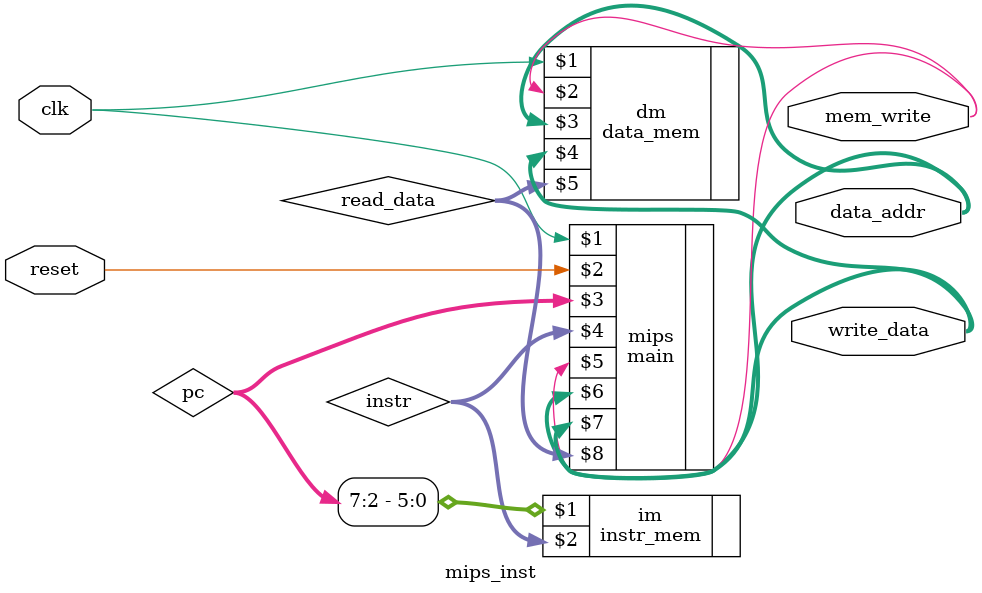
<source format=v>
`timescale 1ns / 1ps


module mips_inst(
    input clk, reset,
    output [31:0] write_data, data_addr,
    output mem_write
    );
    
    wire [31:0] pc, instr, read_data;
    
    main mips(clk, reset, pc, instr, mem_write, data_addr, write_data, read_data);
    
    instr_mem im(pc[7:2], instr);
    data_mem dm(clk, mem_write, data_addr, write_data, read_data);
    
endmodule

</source>
